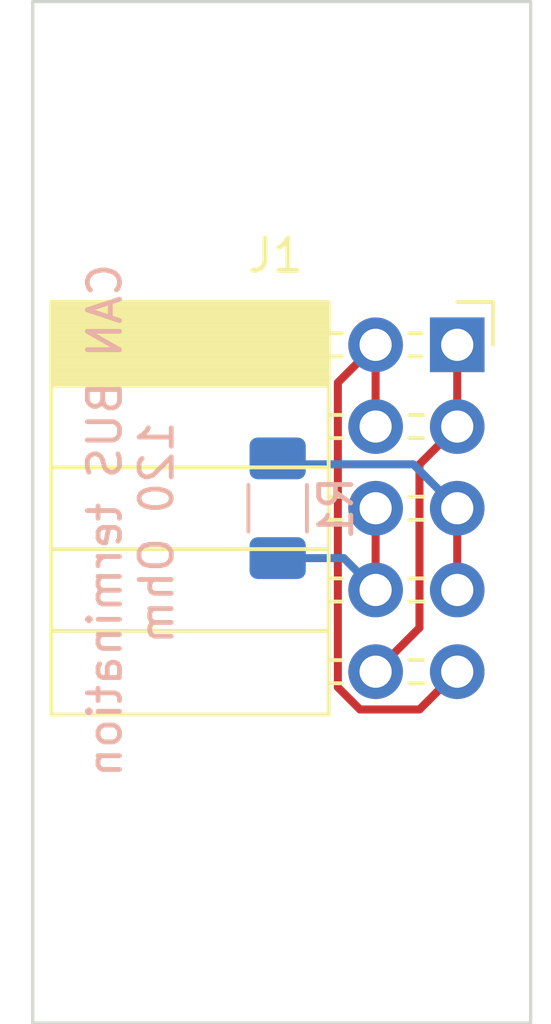
<source format=kicad_pcb>
(kicad_pcb (version 20211014) (generator pcbnew)
  (title_block (comment 4 "AISLER Project ID: TDWPBLPL"))
  (layers (0 "F.Cu" signal) (31 "B.Cu" signal) (34 "B.Paste" user) (35 "F.Paste" user) (36 "B.SilkS" user "B.Silkscreen") (37 "F.SilkS" user "F.Silkscreen") (38 "B.Mask" user) (39 "F.Mask" user) (44 "Edge.Cuts" user))
  (net 0 "")
  (net 1 "GND")
  (net 2 "+9V")
  (net 3 "/CAN_L")
  (net 4 "/CAN_H")
  (footprint "Connector_PinSocket_2.54mm:PinSocket_2x05_P2.54mm_Horizontal" (layer "F.Cu") (at 143.256 93.98)
    (fp_text reference "J1" (at -5.65 -2.77) (layer "F.SilkS"))
    (fp_text value "Conn_02x05_Odd_Even")
    (fp_line (start -12.63 -1.33) (end -4 -1.33) (layer "F.SilkS") (width 0.12))
    (fp_line (start -12.63 3.81) (end -4 3.81) (layer "F.SilkS") (width 0.12))
    (fp_line (start -1.49 4.72) (end -1.05 4.72) (layer "F.SilkS") (width 0.12))
    (fp_line (start -1.49 5.44) (end -1.05 5.44) (layer "F.SilkS") (width 0.12))
    (fp_line (start -12.63 0.44333) (end -4 0.44333) (layer "F.SilkS") (width 0.12))
    (fp_line (start -12.63 0.089045) (end -4 0.089045) (layer "F.SilkS") (width 0.12))
    (fp_line (start -1.49 7.26) (end -1.05 7.26) (layer "F.SilkS") (width 0.12))
    (fp_line (start -12.63 1.033805) (end -4 1.033805) (layer "F.SilkS") (width 0.12))
    (fp_line (start -12.63 -1.21) (end -4 -1.21) (layer "F.SilkS") (width 0.12))
    (fp_line (start -1.49 -0.36) (end -1.11 -0.36) (layer "F.SilkS") (width 0.12))
    (fp_line (start -12.63 -0.50143) (end -4 -0.50143) (layer "F.SilkS") (width 0.12))
    (fp_line (start -12.63 -0.855715) (end -4 -0.855715) (layer "F.SilkS") (width 0.12))
    (fp_line (start -4 5.44) (end -3.59 5.44) (layer "F.SilkS") (width 0.12))
    (fp_line (start -12.63 0.91571) (end -4 0.91571) (layer "F.SilkS") (width 0.12))
    (fp_line (start -1.49 9.8) (end -1.05 9.8) (layer "F.SilkS") (width 0.12))
    (fp_line (start -12.63 -0.26524) (end -4 -0.26524) (layer "F.SilkS") (width 0.12))
    (fp_line (start -12.63 1.1519) (end -4 1.1519) (layer "F.SilkS") (width 0.12))
    (fp_line (start -1.49 2.18) (end -1.05 2.18) (layer "F.SilkS") (width 0.12))
    (fp_line (start -12.63 11.49) (end -4 11.49) (layer "F.SilkS") (width 0.12))
    (fp_line (start -12.63 -0.383335) (end -4 -0.383335) (layer "F.SilkS") (width 0.12))
    (fp_line (start -12.63 -0.02905) (end -4 -0.02905) (layer "F.SilkS") (width 0.12))
    (fp_line (start -1.49 0.36) (end -1.11 0.36) (layer "F.SilkS") (width 0.12))
    (fp_line (start -4 7.26) (end -3.59 7.26) (layer "F.SilkS") (width 0.12))
    (fp_line (start -12.63 -0.147145) (end -4 -0.147145) (layer "F.SilkS") (width 0.12))
    (fp_line (start -1.49 2.9) (end -1.05 2.9) (layer "F.SilkS") (width 0.12))
    (fp_line (start -12.63 0.797615) (end -4 0.797615) (layer "F.SilkS") (width 0.12))
    (fp_line (start -12.63 -0.73762) (end -4 -0.73762) (layer "F.SilkS") (width 0.12))
    (fp_line (start -4 10.52) (end -3.59 10.52) (layer "F.SilkS") (width 0.12))
    (fp_line (start -12.63 0.20714) (end -4 0.20714) (layer "F.SilkS") (width 0.12))
    (fp_line (start -12.63 -1.33) (end -12.63 11.49) (layer "F.SilkS") (width 0.12))
    (fp_line (start -12.63 -0.97381) (end -4 -0.97381) (layer "F.SilkS") (width 0.12))
    (fp_line (start -4 2.9) (end -3.59 2.9) (layer "F.SilkS") (width 0.12))
    (fp_line (start -4 9.8) (end -3.59 9.8) (layer "F.SilkS") (width 0.12))
    (fp_line (start -4 2.18) (end -3.59 2.18) (layer "F.SilkS") (width 0.12))
    (fp_line (start -1.49 10.52) (end -1.05 10.52) (layer "F.SilkS") (width 0.12))
    (fp_line (start -12.63 8.89) (end -4 8.89) (layer "F.SilkS") (width 0.12))
    (fp_line (start 0 -1.33) (end 1.11 -1.33) (layer "F.SilkS") (width 0.12))
    (fp_line (start -12.63 0.325235) (end -4 0.325235) (layer "F.SilkS") (width 0.12))
    (fp_line (start -12.63 1.27) (end -4 1.27) (layer "F.SilkS") (width 0.12))
    (fp_line (start -4 7.98) (end -3.59 7.98) (layer "F.SilkS") (width 0.12))
    (fp_line (start -4 -1.33) (end -4 11.49) (layer "F.SilkS") (width 0.12))
    (fp_line (start -12.63 -1.091905) (end -4 -1.091905) (layer "F.SilkS") (width 0.12))
    (fp_line (start -4 4.72) (end -3.59 4.72) (layer "F.SilkS") (width 0.12))
    (fp_line (start -12.63 0.561425) (end -4 0.561425) (layer "F.SilkS") (width 0.12))
    (fp_line (start -1.49 7.98) (end -1.05 7.98) (layer "F.SilkS") (width 0.12))
    (fp_line (start 1.11 -1.33) (end 1.11 0) (layer "F.SilkS") (width 0.12))
    (fp_line (start -12.63 0.67952) (end -4 0.67952) (layer "F.SilkS") (width 0.12))
    (fp_line (start -4 0.36) (end -3.59 0.36) (layer "F.SilkS") (width 0.12))
    (fp_line (start -12.63 6.35) (end -4 6.35) (layer "F.SilkS") (width 0.12))
    (fp_line (start -12.63 -0.619525) (end -4 -0.619525) (layer "F.SilkS") (width 0.12))
    (fp_line (start -4 -0.36) (end -3.59 -0.36) (layer "F.SilkS") (width 0.12))
    (pad "1" thru_hole rect (at 0 0) (size 1.7 1.7) (drill 1) (layers *.Cu *.Mask) (net 1 "GND"))
    (pad "2" thru_hole oval (at -2.54 0) (size 1.7 1.7) (drill 1) (layers *.Cu *.Mask) (net 2 "+9V"))
    (pad "3" thru_hole oval (at 0 2.54) (size 1.7 1.7) (drill 1) (layers *.Cu *.Mask) (net 1 "GND"))
    (pad "4" thru_hole oval (at -2.54 2.54) (size 1.7 1.7) (drill 1) (layers *.Cu *.Mask) (net 2 "+9V"))
    (pad "5" thru_hole oval (at 0 5.08) (size 1.7 1.7) (drill 1) (layers *.Cu *.Mask) (net 3 "/CAN_L"))
    (pad "6" thru_hole oval (at -2.54 5.08) (size 1.7 1.7) (drill 1) (layers *.Cu *.Mask) (net 4 "/CAN_H"))
    (pad "7" thru_hole oval (at 0 7.62) (size 1.7 1.7) (drill 1) (layers *.Cu *.Mask) (net 3 "/CAN_L"))
    (pad "8" thru_hole oval (at -2.54 7.62) (size 1.7 1.7) (drill 1) (layers *.Cu *.Mask) (net 4 "/CAN_H"))
    (pad "9" thru_hole oval (at 0 10.16) (size 1.7 1.7) (drill 1) (layers *.Cu *.Mask) (net 2 "+9V"))
    (pad "10" thru_hole oval (at -2.54 10.16) (size 1.7 1.7) (drill 1) (layers *.Cu *.Mask) (net 1 "GND"))
  )
  (footprint "Resistor_SMD:R_1206_3216Metric_Pad1.30x1.75mm_HandSolder" (layer "B.Cu") (at 137.668 99.06 90)
    (fp_text reference "R1" (at 0 1.82 90) (layer "B.SilkS") (effects (justify mirror)))
    (fp_text value "120")
    (fp_line (start -0.727064 0.91) (end 0.727064 0.91) (layer "B.SilkS") (width 0.12))
    (fp_line (start -0.727064 -0.91) (end 0.727064 -0.91) (layer "B.SilkS") (width 0.12))
    (pad "1" smd roundrect (at -1.55 0 90) (size 1.3 1.75) (layers "B.Cu" "B.Paste" "B.Mask") (roundrect_rratio 0.1923076923) (net 4 "/CAN_H"))
    (pad "2" smd roundrect (at 1.55 0 90) (size 1.3 1.75) (layers "B.Cu" "B.Paste" "B.Mask") (roundrect_rratio 0.1923076923) (net 3 "/CAN_L"))
  )
  (gr_rect (start 130.048 83.312) (end 145.542 115.062) (layer "Edge.Cuts") (width 0.1) (fill none))
  (gr_text "CAN BUS termination \n120 Ohm" (at 133.096 99.822 90) (layer "B.SilkS") (effects (font (size 1 1)) (justify mirror)))
  (segment (start 142.081489 102.774511) (end 142.081489 97.694511) (width 0.25) (layer "F.Cu") (net 1))
  (segment (start 140.716 104.14) (end 142.081489 102.774511) (width 0.25) (layer "F.Cu") (net 1))
  (segment (start 142.081489 97.694511) (end 143.256 96.52) (width 0.25) (layer "F.Cu") (net 1))
  (segment (start 143.256 93.98) (end 143.256 96.52) (width 0.25) (layer "F.Cu") (net 1))
  (segment (start 142.081489 105.314511) (end 143.256 104.14) (width 0.25) (layer "F.Cu") (net 2))
  (segment (start 139.541489 104.626499) (end 140.229501 105.314511) (width 0.25) (layer "F.Cu") (net 2))
  (segment (start 140.716 93.98) (end 139.541489 95.154511) (width 0.25) (layer "F.Cu") (net 2))
  (segment (start 140.229501 105.314511) (end 142.081489 105.314511) (width 0.25) (layer "F.Cu") (net 2))
  (segment (start 140.716 93.98) (end 140.716 96.52) (width 0.25) (layer "F.Cu") (net 2))
  (segment (start 139.541489 95.154511) (end 139.541489 104.626499) (width 0.25) (layer "F.Cu") (net 2))
  (segment (start 143.256 101.6) (end 143.256 99.06) (width 0.25) (layer "F.Cu") (net 3))
  (segment (start 137.668 97.51) (end 137.852511 97.694511) (width 0.25) (layer "B.Cu") (net 3))
  (segment (start 141.890511 97.694511) (end 143.256 99.06) (width 0.25) (layer "B.Cu") (net 3))
  (segment (start 137.852511 97.694511) (end 141.890511 97.694511) (width 0.25) (layer "B.Cu") (net 3))
  (segment (start 140.716 101.6) (end 140.716 99.06) (width 0.25) (layer "F.Cu") (net 4))
  (segment (start 137.668 100.61) (end 139.726 100.61) (width 0.25) (layer "B.Cu") (net 4))
  (segment (start 139.726 100.61) (end 140.716 101.6) (width 0.25) (layer "B.Cu") (net 4))
)
</source>
